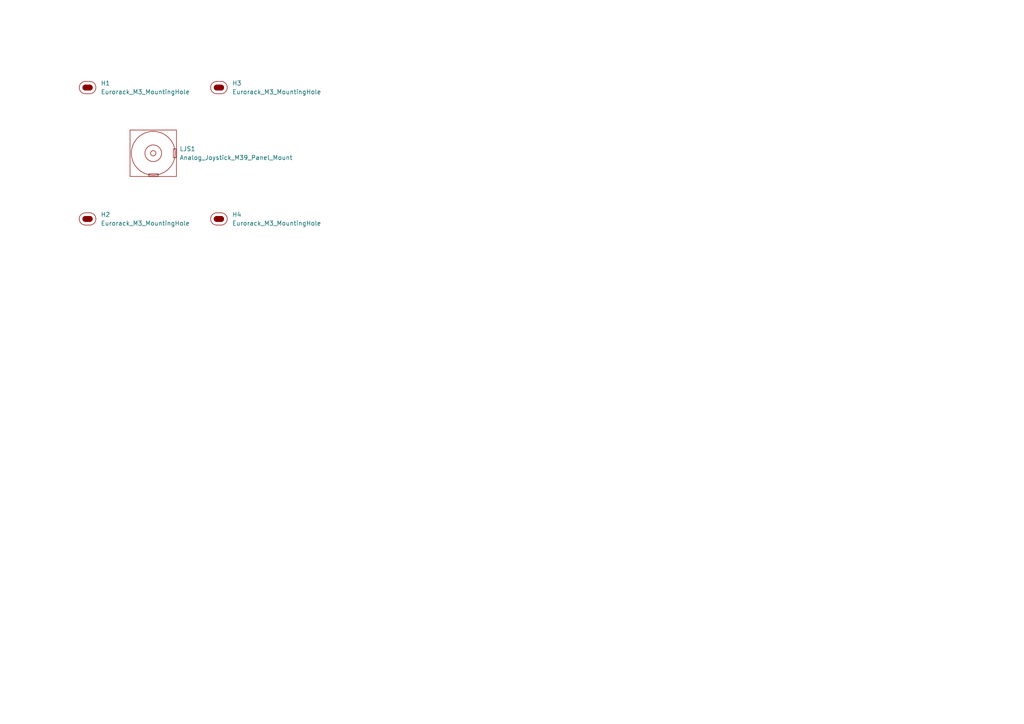
<source format=kicad_sch>
(kicad_sch (version 20250114) (generator "eeschema") (generator_version "9.0")
  (paper "A4")
  (lib_symbols
    (symbol "EXC:Analog_Joystick_M39_Panel_Mount"
      (property "Reference" "LJS" (at 0 7.874 0))
      (property "Value" "Analog_Joystick_M39_Panel_Mount" (at 0 -8.382 0))
      (symbol "Analog_Joystick_M39_Panel_Mount_0_1"
        (rectangle (start -6.731 6.731) (end 6.731 -6.731))
        (circle (center 0 0) (radius 0.762))
        (circle (center 0 0) (radius 2.413))
        (circle (center 0 0) (radius 6.35))
        (rectangle (start 1.397 -5.969) (end -1.27 -6.731))
        (rectangle (start 5.842 1.27) (end 6.731 -1.27))
      )
    )
    (symbol "EXC:Eurorack_M3_MountingHole" (pin_names (offset 1.016))
      (property "Reference" "H" (at 0 5.08 0))
      (property "Value" "Eurorack_M3_MountingHole" (at 0 3.175 0))
      (symbol "Eurorack_M3_MountingHole_0_1"
        (polyline (pts (xy -0.635 0.762) (xy 0.635 0.762)))
        (circle (center -0.635 0) (radius 0.762) (fill (type outline)))
        (arc (start -0.635 -0.762) (mid -1.397 0) (end -0.635 0.762))
        (arc (start -0.635 -1.778) (mid -2.413 0) (end -0.635 1.778))
        (polyline (pts (xy -0.635 -0.762) (xy 0.635 -0.762)))
        (polyline (pts (xy -0.635 -1.778) (xy 0.635 -1.778)))
        (circle (center 0 0) (radius 0.762) (fill (type outline)))
        (polyline (pts (xy 0.635 1.778) (xy -0.635 1.778)))
        (arc (start 0.6141 1.778) (mid 2.4131 0) (end 0.6141 -1.778))
        (arc (start 0.6227 0.762) (mid 1.3971 0) (end 0.6227 -0.762))
        (circle (center 0.635 0) (radius 0.762) (fill (type outline)))
      )
    )
  )
  (symbol (lib_id "EXC:Eurorack_M3_MountingHole") (at 63.5 25.4 0) (unit 1)
    (property "Reference" "H3" (at 67.31 24.1299 0) (effects (justify left)))
    (property "Value" "Eurorack_M3_MountingHole" (at 67.31 26.6699 0) (effects (justify left)))
    (property "Footprint" "EXC:MountingHole_3.2mm_M3" (effects (hide yes)))
    (property "Description" "Mounting Hole without connection" (effects (hide yes)))
  )
  (symbol (lib_id "EXC:Eurorack_M3_MountingHole") (at 25.4 25.4 0) (unit 1)
    (property "Reference" "H1" (at 29.21 24.1299 0) (effects (justify left)))
    (property "Value" "Eurorack_M3_MountingHole" (at 29.21 26.6699 0) (effects (justify left)))
    (property "Footprint" "EXC:MountingHole_3.2mm_M3" (effects (hide yes)))
    (property "Description" "Mounting Hole without connection" (effects (hide yes)))
  )
  (symbol (lib_id "EXC:Eurorack_M3_MountingHole") (at 63.5 63.5 0) (unit 1)
    (property "Reference" "H4" (at 67.31 62.2299 0) (effects (justify left)))
    (property "Value" "Eurorack_M3_MountingHole" (at 67.31 64.7699 0) (effects (justify left)))
    (property "Footprint" "EXC:MountingHole_3.2mm_M3" (effects (hide yes)))
    (property "Description" "Mounting Hole without connection" (effects (hide yes)))
  )
  (symbol (lib_id "EXC:Eurorack_M3_MountingHole") (at 25.4 63.5 0) (unit 1)
    (property "Reference" "H2" (at 29.21 62.2299 0) (effects (justify left)))
    (property "Value" "Eurorack_M3_MountingHole" (at 29.21 64.7699 0) (effects (justify left)))
    (property "Footprint" "EXC:MountingHole_3.2mm_M3" (effects (hide yes)))
    (property "Description" "Mounting Hole without connection" (effects (hide yes)))
  )
  (symbol (lib_id "EXC:Analog_Joystick_M39_Panel_Mount") (at 44.45 44.45 0) (unit 1)
    (property "Reference" "LJS1" (at 52.07 43.1799 0) (effects (justify left)))
    (property "Value" "Analog_Joystick_M39_Panel_Mount" (at 52.07 45.7199 0) (effects (justify left)))
    (property "Footprint" "EXC:Analog_Joystick_M39_Panel_Mount" (effects (hide yes)))
    (property "Datasheet" "https://module-center.com/administrator/files/UploadFile/D202X-R4.pdf" (effects (hide yes)))
    (property "Description" "Mini Analog Joystick - 10K Potentiometers. Panel-mount with 39.5mm Diameter hole." (effects (hide yes)))
    (property "Source" "https://www.adafruit.com/product/3102" (effects (hide yes)))
  )
)
</source>
